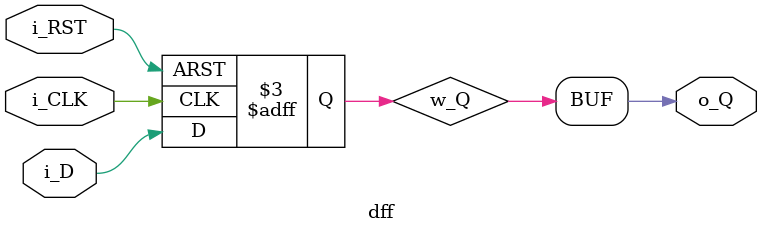
<source format=v>
`timescale 1ns / 1ps


module dff(
    input i_CLK,
    input i_RST,
    input i_D,
    output o_Q
    );
    reg w_Q;
    assign o_Q = w_Q;
    always@(posedge(i_CLK),posedge(i_RST)) //DONT FORGET THE RESET SIGNAL IN SENSITIVITY LIST.
    begin
        if(i_RST == 1)
            w_Q <= 1'b0;
        else
           w_Q <= i_D;
    end
endmodule

</source>
